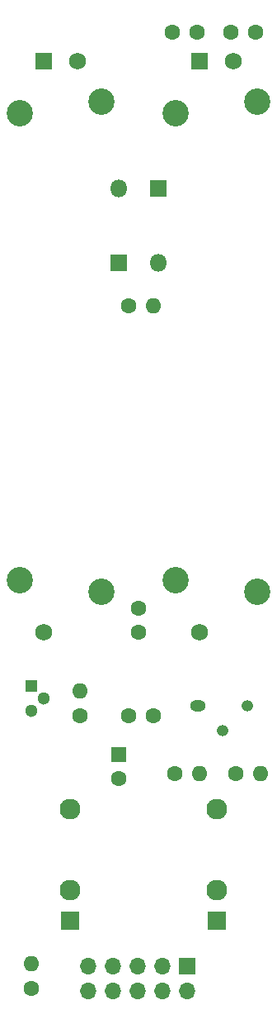
<source format=gbr>
%TF.GenerationSoftware,KiCad,Pcbnew,(6.0.4-0)*%
%TF.CreationDate,2022-12-20T09:34:11-08:00*%
%TF.ProjectId,harmonic_percolator,6861726d-6f6e-4696-935f-706572636f6c,rev?*%
%TF.SameCoordinates,Original*%
%TF.FileFunction,Soldermask,Bot*%
%TF.FilePolarity,Negative*%
%FSLAX46Y46*%
G04 Gerber Fmt 4.6, Leading zero omitted, Abs format (unit mm)*
G04 Created by KiCad (PCBNEW (6.0.4-0)) date 2022-12-20 09:34:11*
%MOMM*%
%LPD*%
G01*
G04 APERTURE LIST*
%ADD10C,1.600000*%
%ADD11O,1.600000X1.600000*%
%ADD12R,1.800000X1.800000*%
%ADD13O,1.800000X1.800000*%
%ADD14R,1.700000X1.700000*%
%ADD15O,1.700000X1.700000*%
%ADD16O,1.600000X1.200000*%
%ADD17O,1.200000X1.200000*%
%ADD18R,1.600000X1.600000*%
%ADD19R,1.300000X1.300000*%
%ADD20C,1.300000*%
%ADD21R,1.750000X1.750000*%
%ADD22C,1.750000*%
%ADD23C,2.700000*%
%ADD24R,1.930000X1.830000*%
%ADD25C,2.130000*%
G04 APERTURE END LIST*
D10*
%TO.C,R4*%
X114955000Y-124000000D03*
D11*
X117495000Y-124000000D03*
%TD*%
D10*
%TO.C,R2*%
X108755000Y-124000000D03*
D11*
X111295000Y-124000000D03*
%TD*%
D10*
%TO.C,C2*%
X117000000Y-48000000D03*
X114500000Y-48000000D03*
%TD*%
%TO.C,R3*%
X94000000Y-146000000D03*
D11*
X94000000Y-143460000D03*
%TD*%
D12*
%TO.C,D2*%
X107000000Y-64000000D03*
D13*
X107000000Y-71620000D03*
%TD*%
D14*
%TO.C,J3*%
X110000000Y-143725000D03*
D15*
X110000000Y-146265000D03*
X107460000Y-143725000D03*
X107460000Y-146265000D03*
X104920000Y-143725000D03*
X104920000Y-146265000D03*
X102380000Y-143725000D03*
X102380000Y-146265000D03*
X99840000Y-143725000D03*
X99840000Y-146265000D03*
%TD*%
D16*
%TO.C,Q2*%
X111060000Y-117000000D03*
D17*
X113600000Y-119540000D03*
X116140000Y-117000000D03*
%TD*%
D12*
%TO.C,D1*%
X103000000Y-71620000D03*
D13*
X103000000Y-64000000D03*
%TD*%
D10*
%TO.C,R1*%
X99000000Y-118000000D03*
D11*
X99000000Y-115460000D03*
%TD*%
D10*
%TO.C,C1*%
X111000000Y-48000000D03*
X108500000Y-48000000D03*
%TD*%
%TO.C,C3*%
X104000000Y-118000000D03*
X106500000Y-118000000D03*
%TD*%
D18*
%TO.C,C5*%
X103000000Y-122000000D03*
D10*
X103000000Y-124500000D03*
%TD*%
%TO.C,C4*%
X105000000Y-107000000D03*
X105000000Y-109500000D03*
%TD*%
%TO.C,R5*%
X104000000Y-76000000D03*
D11*
X106540000Y-76000000D03*
%TD*%
D19*
%TO.C,Q1*%
X94000000Y-115000000D03*
D20*
X95270000Y-116270000D03*
X94000000Y-117540000D03*
%TD*%
D21*
%TO.C,RV1 harmonics *%
X111250000Y-51000000D03*
D22*
X114750000Y-51000000D03*
X111250000Y-109500000D03*
D23*
X108800000Y-56350000D03*
X117200000Y-105350000D03*
X108800000Y-104150000D03*
X117200000Y-55150000D03*
%TD*%
D21*
%TO.C,RV2 balance*%
X95250000Y-51000000D03*
D22*
X98750000Y-51000000D03*
X95250000Y-109500000D03*
D23*
X92800000Y-56350000D03*
X92800000Y-104150000D03*
X101200000Y-105350000D03*
X101200000Y-55150000D03*
%TD*%
D24*
%TO.C,J2*%
X98000000Y-139000000D03*
D25*
X98000000Y-127600000D03*
X98000000Y-135900000D03*
%TD*%
D24*
%TO.C,J1*%
X113000000Y-139000000D03*
D25*
X113000000Y-127600000D03*
X113000000Y-135900000D03*
%TD*%
M02*

</source>
